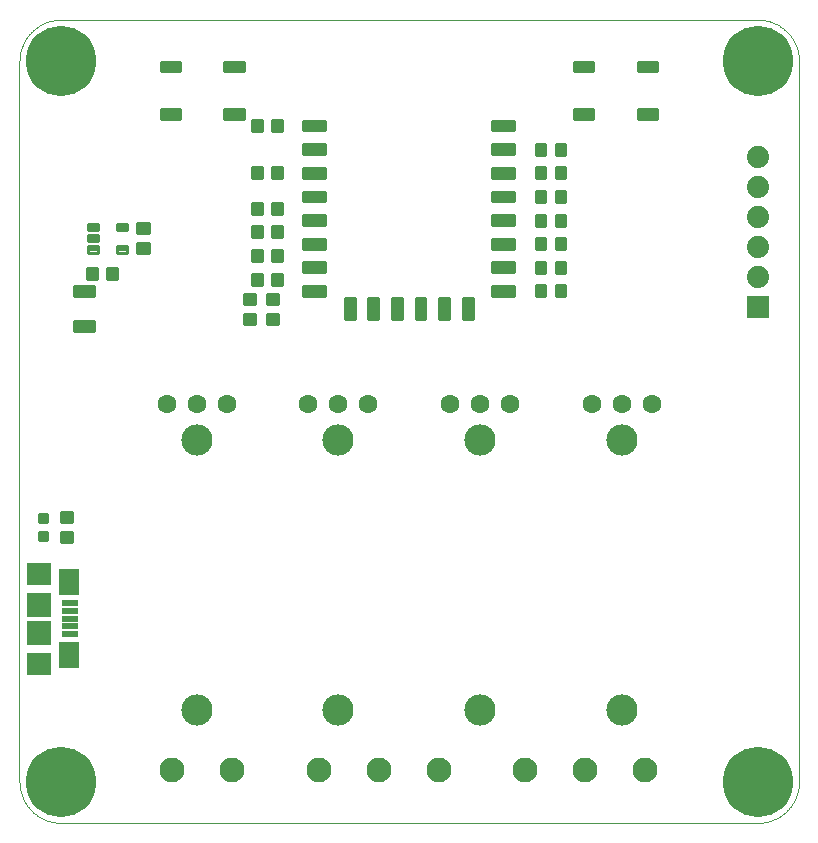
<source format=gts>
G75*
%MOIN*%
%OFA0B0*%
%FSLAX25Y25*%
%IPPOS*%
%LPD*%
%AMOC8*
5,1,8,0,0,1.08239X$1,22.5*
%
%ADD10C,0.00000*%
%ADD11C,0.01388*%
%ADD12C,0.01171*%
%ADD13C,0.10400*%
%ADD14C,0.23400*%
%ADD15C,0.08274*%
%ADD16C,0.06306*%
%ADD17C,0.01105*%
%ADD18R,0.07400X0.07400*%
%ADD19C,0.07400*%
%ADD20R,0.05715X0.01975*%
%ADD21R,0.06699X0.08668*%
%ADD22R,0.07880X0.07487*%
%ADD23R,0.07880X0.07880*%
D10*
X0024622Y0016411D02*
X0256906Y0016411D01*
X0256906Y0016410D02*
X0257239Y0016414D01*
X0257572Y0016426D01*
X0257904Y0016446D01*
X0258236Y0016474D01*
X0258567Y0016510D01*
X0258897Y0016555D01*
X0259226Y0016607D01*
X0259554Y0016667D01*
X0259880Y0016735D01*
X0260204Y0016810D01*
X0260526Y0016894D01*
X0260846Y0016985D01*
X0261164Y0017084D01*
X0261480Y0017191D01*
X0261792Y0017305D01*
X0262102Y0017427D01*
X0262409Y0017557D01*
X0262713Y0017693D01*
X0263013Y0017837D01*
X0263310Y0017988D01*
X0263603Y0018147D01*
X0263892Y0018312D01*
X0264177Y0018484D01*
X0264458Y0018663D01*
X0264734Y0018849D01*
X0265006Y0019042D01*
X0265273Y0019241D01*
X0265535Y0019446D01*
X0265792Y0019658D01*
X0266044Y0019876D01*
X0266290Y0020099D01*
X0266531Y0020329D01*
X0266767Y0020565D01*
X0266997Y0020806D01*
X0267220Y0021052D01*
X0267438Y0021304D01*
X0267650Y0021561D01*
X0267855Y0021823D01*
X0268054Y0022090D01*
X0268247Y0022362D01*
X0268433Y0022638D01*
X0268612Y0022919D01*
X0268784Y0023204D01*
X0268949Y0023493D01*
X0269108Y0023786D01*
X0269259Y0024083D01*
X0269403Y0024383D01*
X0269539Y0024687D01*
X0269669Y0024994D01*
X0269791Y0025304D01*
X0269905Y0025616D01*
X0270012Y0025932D01*
X0270111Y0026250D01*
X0270202Y0026570D01*
X0270286Y0026892D01*
X0270361Y0027216D01*
X0270429Y0027542D01*
X0270489Y0027870D01*
X0270541Y0028199D01*
X0270586Y0028529D01*
X0270622Y0028860D01*
X0270650Y0029192D01*
X0270670Y0029524D01*
X0270682Y0029857D01*
X0270686Y0030190D01*
X0270685Y0030190D02*
X0270685Y0270348D01*
X0270686Y0270348D02*
X0270682Y0270681D01*
X0270670Y0271014D01*
X0270650Y0271346D01*
X0270622Y0271678D01*
X0270586Y0272009D01*
X0270541Y0272339D01*
X0270489Y0272668D01*
X0270429Y0272996D01*
X0270361Y0273322D01*
X0270286Y0273646D01*
X0270202Y0273968D01*
X0270111Y0274288D01*
X0270012Y0274606D01*
X0269905Y0274922D01*
X0269791Y0275234D01*
X0269669Y0275544D01*
X0269539Y0275851D01*
X0269403Y0276155D01*
X0269259Y0276455D01*
X0269108Y0276752D01*
X0268949Y0277045D01*
X0268784Y0277334D01*
X0268612Y0277619D01*
X0268433Y0277900D01*
X0268247Y0278176D01*
X0268054Y0278448D01*
X0267855Y0278715D01*
X0267650Y0278977D01*
X0267438Y0279234D01*
X0267220Y0279486D01*
X0266997Y0279732D01*
X0266767Y0279973D01*
X0266531Y0280209D01*
X0266290Y0280439D01*
X0266044Y0280662D01*
X0265792Y0280880D01*
X0265535Y0281092D01*
X0265273Y0281297D01*
X0265006Y0281496D01*
X0264734Y0281689D01*
X0264458Y0281875D01*
X0264177Y0282054D01*
X0263892Y0282226D01*
X0263603Y0282391D01*
X0263310Y0282550D01*
X0263013Y0282701D01*
X0262713Y0282845D01*
X0262409Y0282981D01*
X0262102Y0283111D01*
X0261792Y0283233D01*
X0261480Y0283347D01*
X0261164Y0283454D01*
X0260846Y0283553D01*
X0260526Y0283644D01*
X0260204Y0283728D01*
X0259880Y0283803D01*
X0259554Y0283871D01*
X0259226Y0283931D01*
X0258897Y0283983D01*
X0258567Y0284028D01*
X0258236Y0284064D01*
X0257904Y0284092D01*
X0257572Y0284112D01*
X0257239Y0284124D01*
X0256906Y0284128D01*
X0256906Y0284127D02*
X0024622Y0284127D01*
X0024622Y0284128D02*
X0024289Y0284124D01*
X0023956Y0284112D01*
X0023624Y0284092D01*
X0023292Y0284064D01*
X0022961Y0284028D01*
X0022631Y0283983D01*
X0022302Y0283931D01*
X0021974Y0283871D01*
X0021648Y0283803D01*
X0021324Y0283728D01*
X0021002Y0283644D01*
X0020682Y0283553D01*
X0020364Y0283454D01*
X0020048Y0283347D01*
X0019736Y0283233D01*
X0019426Y0283111D01*
X0019119Y0282981D01*
X0018815Y0282845D01*
X0018515Y0282701D01*
X0018218Y0282550D01*
X0017925Y0282391D01*
X0017636Y0282226D01*
X0017351Y0282054D01*
X0017070Y0281875D01*
X0016794Y0281689D01*
X0016522Y0281496D01*
X0016255Y0281297D01*
X0015993Y0281092D01*
X0015736Y0280880D01*
X0015484Y0280662D01*
X0015238Y0280439D01*
X0014997Y0280209D01*
X0014761Y0279973D01*
X0014531Y0279732D01*
X0014308Y0279486D01*
X0014090Y0279234D01*
X0013878Y0278977D01*
X0013673Y0278715D01*
X0013474Y0278448D01*
X0013281Y0278176D01*
X0013095Y0277900D01*
X0012916Y0277619D01*
X0012744Y0277334D01*
X0012579Y0277045D01*
X0012420Y0276752D01*
X0012269Y0276455D01*
X0012125Y0276155D01*
X0011989Y0275851D01*
X0011859Y0275544D01*
X0011737Y0275234D01*
X0011623Y0274922D01*
X0011516Y0274606D01*
X0011417Y0274288D01*
X0011326Y0273968D01*
X0011242Y0273646D01*
X0011167Y0273322D01*
X0011099Y0272996D01*
X0011039Y0272668D01*
X0010987Y0272339D01*
X0010942Y0272009D01*
X0010906Y0271678D01*
X0010878Y0271346D01*
X0010858Y0271014D01*
X0010846Y0270681D01*
X0010842Y0270348D01*
X0010843Y0270348D02*
X0010843Y0030190D01*
X0010842Y0030190D02*
X0010846Y0029857D01*
X0010858Y0029524D01*
X0010878Y0029192D01*
X0010906Y0028860D01*
X0010942Y0028529D01*
X0010987Y0028199D01*
X0011039Y0027870D01*
X0011099Y0027542D01*
X0011167Y0027216D01*
X0011242Y0026892D01*
X0011326Y0026570D01*
X0011417Y0026250D01*
X0011516Y0025932D01*
X0011623Y0025616D01*
X0011737Y0025304D01*
X0011859Y0024994D01*
X0011989Y0024687D01*
X0012125Y0024383D01*
X0012269Y0024083D01*
X0012420Y0023786D01*
X0012579Y0023493D01*
X0012744Y0023204D01*
X0012916Y0022919D01*
X0013095Y0022638D01*
X0013281Y0022362D01*
X0013474Y0022090D01*
X0013673Y0021823D01*
X0013878Y0021561D01*
X0014090Y0021304D01*
X0014308Y0021052D01*
X0014531Y0020806D01*
X0014761Y0020565D01*
X0014997Y0020329D01*
X0015238Y0020099D01*
X0015484Y0019876D01*
X0015736Y0019658D01*
X0015993Y0019446D01*
X0016255Y0019241D01*
X0016522Y0019042D01*
X0016794Y0018849D01*
X0017070Y0018663D01*
X0017351Y0018484D01*
X0017636Y0018312D01*
X0017925Y0018147D01*
X0018218Y0017988D01*
X0018515Y0017837D01*
X0018815Y0017693D01*
X0019119Y0017557D01*
X0019426Y0017427D01*
X0019736Y0017305D01*
X0020048Y0017191D01*
X0020364Y0017084D01*
X0020682Y0016985D01*
X0021002Y0016894D01*
X0021324Y0016810D01*
X0021648Y0016735D01*
X0021974Y0016667D01*
X0022302Y0016607D01*
X0022631Y0016555D01*
X0022961Y0016510D01*
X0023292Y0016474D01*
X0023624Y0016446D01*
X0023956Y0016426D01*
X0024289Y0016414D01*
X0024622Y0016410D01*
D11*
X0024920Y0110015D02*
X0024920Y0112963D01*
X0028262Y0112963D01*
X0028262Y0110015D01*
X0024920Y0110015D01*
X0024920Y0111334D02*
X0028262Y0111334D01*
X0028262Y0112653D02*
X0024920Y0112653D01*
X0024920Y0116708D02*
X0024920Y0119656D01*
X0028262Y0119656D01*
X0028262Y0116708D01*
X0024920Y0116708D01*
X0024920Y0118027D02*
X0028262Y0118027D01*
X0028262Y0119346D02*
X0024920Y0119346D01*
X0029447Y0180291D02*
X0029447Y0183239D01*
X0035545Y0183239D01*
X0035545Y0180291D01*
X0029447Y0180291D01*
X0029447Y0181610D02*
X0035545Y0181610D01*
X0035545Y0182929D02*
X0029447Y0182929D01*
X0029447Y0192102D02*
X0029447Y0195050D01*
X0035545Y0195050D01*
X0035545Y0192102D01*
X0029447Y0192102D01*
X0029447Y0193421D02*
X0035545Y0193421D01*
X0035545Y0194740D02*
X0029447Y0194740D01*
X0033581Y0197810D02*
X0036529Y0197810D01*
X0033581Y0197810D02*
X0033581Y0201152D01*
X0036529Y0201152D01*
X0036529Y0197810D01*
X0036529Y0199129D02*
X0033581Y0199129D01*
X0033581Y0200448D02*
X0036529Y0200448D01*
X0040274Y0197810D02*
X0043222Y0197810D01*
X0040274Y0197810D02*
X0040274Y0201152D01*
X0043222Y0201152D01*
X0043222Y0197810D01*
X0043222Y0199129D02*
X0040274Y0199129D01*
X0040274Y0200448D02*
X0043222Y0200448D01*
X0050510Y0206472D02*
X0050510Y0209420D01*
X0053852Y0209420D01*
X0053852Y0206472D01*
X0050510Y0206472D01*
X0050510Y0207791D02*
X0053852Y0207791D01*
X0053852Y0209110D02*
X0050510Y0209110D01*
X0050510Y0213165D02*
X0050510Y0216113D01*
X0053852Y0216113D01*
X0053852Y0213165D01*
X0050510Y0213165D01*
X0050510Y0214484D02*
X0053852Y0214484D01*
X0053852Y0215803D02*
X0050510Y0215803D01*
X0058187Y0251157D02*
X0064285Y0251157D01*
X0058187Y0251157D02*
X0058187Y0254105D01*
X0064285Y0254105D01*
X0064285Y0251157D01*
X0064285Y0252476D02*
X0058187Y0252476D01*
X0058187Y0253795D02*
X0064285Y0253795D01*
X0064285Y0266905D02*
X0058187Y0266905D01*
X0058187Y0269853D01*
X0064285Y0269853D01*
X0064285Y0266905D01*
X0064285Y0268224D02*
X0058187Y0268224D01*
X0058187Y0269543D02*
X0064285Y0269543D01*
X0079447Y0266905D02*
X0085545Y0266905D01*
X0079447Y0266905D02*
X0079447Y0269853D01*
X0085545Y0269853D01*
X0085545Y0266905D01*
X0085545Y0268224D02*
X0079447Y0268224D01*
X0079447Y0269543D02*
X0085545Y0269543D01*
X0085545Y0251157D02*
X0079447Y0251157D01*
X0079447Y0254105D01*
X0085545Y0254105D01*
X0085545Y0251157D01*
X0085545Y0252476D02*
X0079447Y0252476D01*
X0079447Y0253795D02*
X0085545Y0253795D01*
X0088699Y0250365D02*
X0091647Y0250365D01*
X0091647Y0247023D01*
X0088699Y0247023D01*
X0088699Y0250365D01*
X0088699Y0248342D02*
X0091647Y0248342D01*
X0091647Y0249661D02*
X0088699Y0249661D01*
X0095392Y0250365D02*
X0098340Y0250365D01*
X0098340Y0247023D01*
X0095392Y0247023D01*
X0095392Y0250365D01*
X0095392Y0248342D02*
X0098340Y0248342D01*
X0098340Y0249661D02*
X0095392Y0249661D01*
X0105825Y0247220D02*
X0112711Y0247220D01*
X0105825Y0247220D02*
X0105825Y0250168D01*
X0112711Y0250168D01*
X0112711Y0247220D01*
X0112711Y0248539D02*
X0105825Y0248539D01*
X0105825Y0249858D02*
X0112711Y0249858D01*
X0112711Y0239346D02*
X0105825Y0239346D01*
X0105825Y0242294D01*
X0112711Y0242294D01*
X0112711Y0239346D01*
X0112711Y0240665D02*
X0105825Y0240665D01*
X0105825Y0241984D02*
X0112711Y0241984D01*
X0112711Y0231472D02*
X0105825Y0231472D01*
X0105825Y0234420D01*
X0112711Y0234420D01*
X0112711Y0231472D01*
X0112711Y0232791D02*
X0105825Y0232791D01*
X0105825Y0234110D02*
X0112711Y0234110D01*
X0112711Y0223598D02*
X0105825Y0223598D01*
X0105825Y0226546D01*
X0112711Y0226546D01*
X0112711Y0223598D01*
X0112711Y0224917D02*
X0105825Y0224917D01*
X0105825Y0226236D02*
X0112711Y0226236D01*
X0112711Y0215724D02*
X0105825Y0215724D01*
X0105825Y0218672D01*
X0112711Y0218672D01*
X0112711Y0215724D01*
X0112711Y0217043D02*
X0105825Y0217043D01*
X0105825Y0218362D02*
X0112711Y0218362D01*
X0112711Y0207850D02*
X0105825Y0207850D01*
X0105825Y0210798D01*
X0112711Y0210798D01*
X0112711Y0207850D01*
X0112711Y0209169D02*
X0105825Y0209169D01*
X0105825Y0210488D02*
X0112711Y0210488D01*
X0112711Y0199976D02*
X0105825Y0199976D01*
X0105825Y0202924D01*
X0112711Y0202924D01*
X0112711Y0199976D01*
X0112711Y0201295D02*
X0105825Y0201295D01*
X0105825Y0202614D02*
X0112711Y0202614D01*
X0112711Y0192102D02*
X0105825Y0192102D01*
X0105825Y0195050D01*
X0112711Y0195050D01*
X0112711Y0192102D01*
X0112711Y0193421D02*
X0105825Y0193421D01*
X0105825Y0194740D02*
X0112711Y0194740D01*
X0119605Y0184227D02*
X0122553Y0184227D01*
X0119605Y0184227D02*
X0119605Y0191113D01*
X0122553Y0191113D01*
X0122553Y0184227D01*
X0122553Y0185546D02*
X0119605Y0185546D01*
X0119605Y0186865D02*
X0122553Y0186865D01*
X0122553Y0188184D02*
X0119605Y0188184D01*
X0119605Y0189503D02*
X0122553Y0189503D01*
X0122553Y0190822D02*
X0119605Y0190822D01*
X0127479Y0184227D02*
X0130427Y0184227D01*
X0127479Y0184227D02*
X0127479Y0191113D01*
X0130427Y0191113D01*
X0130427Y0184227D01*
X0130427Y0185546D02*
X0127479Y0185546D01*
X0127479Y0186865D02*
X0130427Y0186865D01*
X0130427Y0188184D02*
X0127479Y0188184D01*
X0127479Y0189503D02*
X0130427Y0189503D01*
X0130427Y0190822D02*
X0127479Y0190822D01*
X0135353Y0184227D02*
X0138301Y0184227D01*
X0135353Y0184227D02*
X0135353Y0191113D01*
X0138301Y0191113D01*
X0138301Y0184227D01*
X0138301Y0185546D02*
X0135353Y0185546D01*
X0135353Y0186865D02*
X0138301Y0186865D01*
X0138301Y0188184D02*
X0135353Y0188184D01*
X0135353Y0189503D02*
X0138301Y0189503D01*
X0138301Y0190822D02*
X0135353Y0190822D01*
X0143227Y0184227D02*
X0146175Y0184227D01*
X0143227Y0184227D02*
X0143227Y0191113D01*
X0146175Y0191113D01*
X0146175Y0184227D01*
X0146175Y0185546D02*
X0143227Y0185546D01*
X0143227Y0186865D02*
X0146175Y0186865D01*
X0146175Y0188184D02*
X0143227Y0188184D01*
X0143227Y0189503D02*
X0146175Y0189503D01*
X0146175Y0190822D02*
X0143227Y0190822D01*
X0151101Y0184227D02*
X0154049Y0184227D01*
X0151101Y0184227D02*
X0151101Y0191113D01*
X0154049Y0191113D01*
X0154049Y0184227D01*
X0154049Y0185546D02*
X0151101Y0185546D01*
X0151101Y0186865D02*
X0154049Y0186865D01*
X0154049Y0188184D02*
X0151101Y0188184D01*
X0151101Y0189503D02*
X0154049Y0189503D01*
X0154049Y0190822D02*
X0151101Y0190822D01*
X0158975Y0184227D02*
X0161923Y0184227D01*
X0158975Y0184227D02*
X0158975Y0191113D01*
X0161923Y0191113D01*
X0161923Y0184227D01*
X0161923Y0185546D02*
X0158975Y0185546D01*
X0158975Y0186865D02*
X0161923Y0186865D01*
X0161923Y0188184D02*
X0158975Y0188184D01*
X0158975Y0189503D02*
X0161923Y0189503D01*
X0161923Y0190822D02*
X0158975Y0190822D01*
X0168817Y0192102D02*
X0175703Y0192102D01*
X0168817Y0192102D02*
X0168817Y0195050D01*
X0175703Y0195050D01*
X0175703Y0192102D01*
X0175703Y0193421D02*
X0168817Y0193421D01*
X0168817Y0194740D02*
X0175703Y0194740D01*
X0175703Y0199976D02*
X0168817Y0199976D01*
X0168817Y0202924D01*
X0175703Y0202924D01*
X0175703Y0199976D01*
X0175703Y0201295D02*
X0168817Y0201295D01*
X0168817Y0202614D02*
X0175703Y0202614D01*
X0175703Y0207850D02*
X0168817Y0207850D01*
X0168817Y0210798D01*
X0175703Y0210798D01*
X0175703Y0207850D01*
X0175703Y0209169D02*
X0168817Y0209169D01*
X0168817Y0210488D02*
X0175703Y0210488D01*
X0175703Y0215724D02*
X0168817Y0215724D01*
X0168817Y0218672D01*
X0175703Y0218672D01*
X0175703Y0215724D01*
X0175703Y0217043D02*
X0168817Y0217043D01*
X0168817Y0218362D02*
X0175703Y0218362D01*
X0175703Y0223598D02*
X0168817Y0223598D01*
X0168817Y0226546D01*
X0175703Y0226546D01*
X0175703Y0223598D01*
X0175703Y0224917D02*
X0168817Y0224917D01*
X0168817Y0226236D02*
X0175703Y0226236D01*
X0175703Y0231472D02*
X0168817Y0231472D01*
X0168817Y0234420D01*
X0175703Y0234420D01*
X0175703Y0231472D01*
X0175703Y0232791D02*
X0168817Y0232791D01*
X0168817Y0234110D02*
X0175703Y0234110D01*
X0175703Y0239346D02*
X0168817Y0239346D01*
X0168817Y0242294D01*
X0175703Y0242294D01*
X0175703Y0239346D01*
X0175703Y0240665D02*
X0168817Y0240665D01*
X0168817Y0241984D02*
X0175703Y0241984D01*
X0175703Y0247220D02*
X0168817Y0247220D01*
X0168817Y0250168D01*
X0175703Y0250168D01*
X0175703Y0247220D01*
X0175703Y0248539D02*
X0168817Y0248539D01*
X0168817Y0249858D02*
X0175703Y0249858D01*
X0183187Y0239149D02*
X0186135Y0239149D01*
X0183187Y0239149D02*
X0183187Y0242491D01*
X0186135Y0242491D01*
X0186135Y0239149D01*
X0186135Y0240468D02*
X0183187Y0240468D01*
X0183187Y0241787D02*
X0186135Y0241787D01*
X0189880Y0239149D02*
X0192828Y0239149D01*
X0189880Y0239149D02*
X0189880Y0242491D01*
X0192828Y0242491D01*
X0192828Y0239149D01*
X0192828Y0240468D02*
X0189880Y0240468D01*
X0189880Y0241787D02*
X0192828Y0241787D01*
X0192828Y0234617D02*
X0189880Y0234617D01*
X0192828Y0234617D02*
X0192828Y0231275D01*
X0189880Y0231275D01*
X0189880Y0234617D01*
X0189880Y0232594D02*
X0192828Y0232594D01*
X0192828Y0233913D02*
X0189880Y0233913D01*
X0186135Y0234617D02*
X0183187Y0234617D01*
X0186135Y0234617D02*
X0186135Y0231275D01*
X0183187Y0231275D01*
X0183187Y0234617D01*
X0183187Y0232594D02*
X0186135Y0232594D01*
X0186135Y0233913D02*
X0183187Y0233913D01*
X0183187Y0223401D02*
X0186135Y0223401D01*
X0183187Y0223401D02*
X0183187Y0226743D01*
X0186135Y0226743D01*
X0186135Y0223401D01*
X0186135Y0224720D02*
X0183187Y0224720D01*
X0183187Y0226039D02*
X0186135Y0226039D01*
X0189880Y0223401D02*
X0192828Y0223401D01*
X0189880Y0223401D02*
X0189880Y0226743D01*
X0192828Y0226743D01*
X0192828Y0223401D01*
X0192828Y0224720D02*
X0189880Y0224720D01*
X0189880Y0226039D02*
X0192828Y0226039D01*
X0192828Y0218869D02*
X0189880Y0218869D01*
X0192828Y0218869D02*
X0192828Y0215527D01*
X0189880Y0215527D01*
X0189880Y0218869D01*
X0189880Y0216846D02*
X0192828Y0216846D01*
X0192828Y0218165D02*
X0189880Y0218165D01*
X0186135Y0218869D02*
X0183187Y0218869D01*
X0186135Y0218869D02*
X0186135Y0215527D01*
X0183187Y0215527D01*
X0183187Y0218869D01*
X0183187Y0216846D02*
X0186135Y0216846D01*
X0186135Y0218165D02*
X0183187Y0218165D01*
X0183187Y0207653D02*
X0186135Y0207653D01*
X0183187Y0207653D02*
X0183187Y0210995D01*
X0186135Y0210995D01*
X0186135Y0207653D01*
X0186135Y0208972D02*
X0183187Y0208972D01*
X0183187Y0210291D02*
X0186135Y0210291D01*
X0189880Y0207653D02*
X0192828Y0207653D01*
X0189880Y0207653D02*
X0189880Y0210995D01*
X0192828Y0210995D01*
X0192828Y0207653D01*
X0192828Y0208972D02*
X0189880Y0208972D01*
X0189880Y0210291D02*
X0192828Y0210291D01*
X0192828Y0199779D02*
X0189880Y0199779D01*
X0189880Y0203121D01*
X0192828Y0203121D01*
X0192828Y0199779D01*
X0192828Y0201098D02*
X0189880Y0201098D01*
X0189880Y0202417D02*
X0192828Y0202417D01*
X0186135Y0199779D02*
X0183187Y0199779D01*
X0183187Y0203121D01*
X0186135Y0203121D01*
X0186135Y0199779D01*
X0186135Y0201098D02*
X0183187Y0201098D01*
X0183187Y0202417D02*
X0186135Y0202417D01*
X0186135Y0195247D02*
X0183187Y0195247D01*
X0186135Y0195247D02*
X0186135Y0191905D01*
X0183187Y0191905D01*
X0183187Y0195247D01*
X0183187Y0193224D02*
X0186135Y0193224D01*
X0186135Y0194543D02*
X0183187Y0194543D01*
X0189880Y0195247D02*
X0192828Y0195247D01*
X0192828Y0191905D01*
X0189880Y0191905D01*
X0189880Y0195247D01*
X0189880Y0193224D02*
X0192828Y0193224D01*
X0192828Y0194543D02*
X0189880Y0194543D01*
X0195982Y0254105D02*
X0202080Y0254105D01*
X0202080Y0251157D01*
X0195982Y0251157D01*
X0195982Y0254105D01*
X0195982Y0252476D02*
X0202080Y0252476D01*
X0202080Y0253795D02*
X0195982Y0253795D01*
X0195982Y0269853D02*
X0202080Y0269853D01*
X0202080Y0266905D01*
X0195982Y0266905D01*
X0195982Y0269853D01*
X0195982Y0268224D02*
X0202080Y0268224D01*
X0202080Y0269543D02*
X0195982Y0269543D01*
X0217242Y0269853D02*
X0223340Y0269853D01*
X0223340Y0266905D01*
X0217242Y0266905D01*
X0217242Y0269853D01*
X0217242Y0268224D02*
X0223340Y0268224D01*
X0223340Y0269543D02*
X0217242Y0269543D01*
X0217242Y0254105D02*
X0223340Y0254105D01*
X0223340Y0251157D01*
X0217242Y0251157D01*
X0217242Y0254105D01*
X0217242Y0252476D02*
X0223340Y0252476D01*
X0223340Y0253795D02*
X0217242Y0253795D01*
X0098340Y0234617D02*
X0095392Y0234617D01*
X0098340Y0234617D02*
X0098340Y0231275D01*
X0095392Y0231275D01*
X0095392Y0234617D01*
X0095392Y0232594D02*
X0098340Y0232594D01*
X0098340Y0233913D02*
X0095392Y0233913D01*
X0091647Y0234617D02*
X0088699Y0234617D01*
X0091647Y0234617D02*
X0091647Y0231275D01*
X0088699Y0231275D01*
X0088699Y0234617D01*
X0088699Y0232594D02*
X0091647Y0232594D01*
X0091647Y0233913D02*
X0088699Y0233913D01*
X0088699Y0219464D02*
X0091647Y0219464D01*
X0088699Y0219464D02*
X0088699Y0222806D01*
X0091647Y0222806D01*
X0091647Y0219464D01*
X0091647Y0220783D02*
X0088699Y0220783D01*
X0088699Y0222102D02*
X0091647Y0222102D01*
X0095392Y0219464D02*
X0098340Y0219464D01*
X0095392Y0219464D02*
X0095392Y0222806D01*
X0098340Y0222806D01*
X0098340Y0219464D01*
X0098340Y0220783D02*
X0095392Y0220783D01*
X0095392Y0222102D02*
X0098340Y0222102D01*
X0098340Y0214932D02*
X0095392Y0214932D01*
X0098340Y0214932D02*
X0098340Y0211590D01*
X0095392Y0211590D01*
X0095392Y0214932D01*
X0095392Y0212909D02*
X0098340Y0212909D01*
X0098340Y0214228D02*
X0095392Y0214228D01*
X0091647Y0214932D02*
X0088699Y0214932D01*
X0091647Y0214932D02*
X0091647Y0211590D01*
X0088699Y0211590D01*
X0088699Y0214932D01*
X0088699Y0212909D02*
X0091647Y0212909D01*
X0091647Y0214228D02*
X0088699Y0214228D01*
X0088699Y0207058D02*
X0091647Y0207058D01*
X0091647Y0203716D01*
X0088699Y0203716D01*
X0088699Y0207058D01*
X0088699Y0205035D02*
X0091647Y0205035D01*
X0091647Y0206354D02*
X0088699Y0206354D01*
X0095392Y0207058D02*
X0098340Y0207058D01*
X0098340Y0203716D01*
X0095392Y0203716D01*
X0095392Y0207058D01*
X0095392Y0205035D02*
X0098340Y0205035D01*
X0098340Y0206354D02*
X0095392Y0206354D01*
X0095392Y0195842D02*
X0098340Y0195842D01*
X0095392Y0195842D02*
X0095392Y0199184D01*
X0098340Y0199184D01*
X0098340Y0195842D01*
X0098340Y0197161D02*
X0095392Y0197161D01*
X0095392Y0198480D02*
X0098340Y0198480D01*
X0091647Y0195842D02*
X0088699Y0195842D01*
X0088699Y0199184D01*
X0091647Y0199184D01*
X0091647Y0195842D01*
X0091647Y0197161D02*
X0088699Y0197161D01*
X0088699Y0198480D02*
X0091647Y0198480D01*
X0093817Y0192491D02*
X0093817Y0189543D01*
X0093817Y0192491D02*
X0097159Y0192491D01*
X0097159Y0189543D01*
X0093817Y0189543D01*
X0093817Y0190862D02*
X0097159Y0190862D01*
X0097159Y0192181D02*
X0093817Y0192181D01*
X0085943Y0192491D02*
X0085943Y0189543D01*
X0085943Y0192491D02*
X0089285Y0192491D01*
X0089285Y0189543D01*
X0085943Y0189543D01*
X0085943Y0190862D02*
X0089285Y0190862D01*
X0089285Y0192181D02*
X0085943Y0192181D01*
X0085943Y0185798D02*
X0085943Y0182850D01*
X0085943Y0185798D02*
X0089285Y0185798D01*
X0089285Y0182850D01*
X0085943Y0182850D01*
X0085943Y0184169D02*
X0089285Y0184169D01*
X0089285Y0185488D02*
X0085943Y0185488D01*
X0093817Y0185798D02*
X0093817Y0182850D01*
X0093817Y0185798D02*
X0097159Y0185798D01*
X0097159Y0182850D01*
X0093817Y0182850D01*
X0093817Y0184169D02*
X0097159Y0184169D01*
X0097159Y0185488D02*
X0093817Y0185488D01*
D12*
X0017527Y0118978D02*
X0017527Y0116598D01*
X0017527Y0118978D02*
X0019907Y0118978D01*
X0019907Y0116598D01*
X0017527Y0116598D01*
X0017527Y0117710D02*
X0019907Y0117710D01*
X0019907Y0118822D02*
X0017527Y0118822D01*
X0017527Y0113073D02*
X0017527Y0110693D01*
X0017527Y0113073D02*
X0019907Y0113073D01*
X0019907Y0110693D01*
X0017527Y0110693D01*
X0017527Y0111805D02*
X0019907Y0111805D01*
X0019907Y0112917D02*
X0017527Y0112917D01*
D13*
X0069898Y0144088D03*
X0117142Y0144088D03*
X0164386Y0144088D03*
X0211630Y0144088D03*
X0211630Y0054088D03*
X0164386Y0054088D03*
X0117142Y0054088D03*
X0069898Y0054088D03*
D14*
X0024622Y0030190D03*
X0024622Y0270348D03*
X0256906Y0270348D03*
X0256906Y0030190D03*
D15*
X0219504Y0034127D03*
X0199504Y0034127D03*
X0179504Y0034127D03*
X0150606Y0034127D03*
X0130606Y0034127D03*
X0110606Y0034127D03*
X0081709Y0034127D03*
X0061709Y0034127D03*
D16*
X0059898Y0156174D03*
X0069898Y0156174D03*
X0079898Y0156174D03*
X0107142Y0156174D03*
X0117142Y0156174D03*
X0127142Y0156174D03*
X0154386Y0156174D03*
X0164386Y0156174D03*
X0174386Y0156174D03*
X0201630Y0156174D03*
X0211630Y0156174D03*
X0221630Y0156174D03*
D17*
X0043478Y0206526D02*
X0043478Y0208578D01*
X0046710Y0208578D01*
X0046710Y0206526D01*
X0043478Y0206526D01*
X0043478Y0207576D02*
X0046710Y0207576D01*
X0043478Y0214007D02*
X0043478Y0216059D01*
X0046710Y0216059D01*
X0046710Y0214007D01*
X0043478Y0214007D01*
X0043478Y0215057D02*
X0046710Y0215057D01*
X0033636Y0216059D02*
X0033636Y0214007D01*
X0033636Y0216059D02*
X0036868Y0216059D01*
X0036868Y0214007D01*
X0033636Y0214007D01*
X0033636Y0215057D02*
X0036868Y0215057D01*
X0033636Y0212318D02*
X0033636Y0210266D01*
X0033636Y0212318D02*
X0036868Y0212318D01*
X0036868Y0210266D01*
X0033636Y0210266D01*
X0033636Y0211316D02*
X0036868Y0211316D01*
X0033636Y0208578D02*
X0033636Y0206526D01*
X0033636Y0208578D02*
X0036868Y0208578D01*
X0036868Y0206526D01*
X0033636Y0206526D01*
X0033636Y0207576D02*
X0036868Y0207576D01*
D18*
X0256906Y0188261D03*
D19*
X0256906Y0198261D03*
X0256906Y0208261D03*
X0256906Y0218261D03*
X0256906Y0228261D03*
X0256906Y0238261D03*
D20*
X0027791Y0089600D03*
X0027791Y0087040D03*
X0027791Y0084481D03*
X0027791Y0081922D03*
X0027791Y0079363D03*
D21*
X0027299Y0072277D03*
X0027299Y0096686D03*
D22*
X0017260Y0099442D03*
X0017260Y0069521D03*
D23*
X0017260Y0079757D03*
X0017260Y0089206D03*
M02*

</source>
